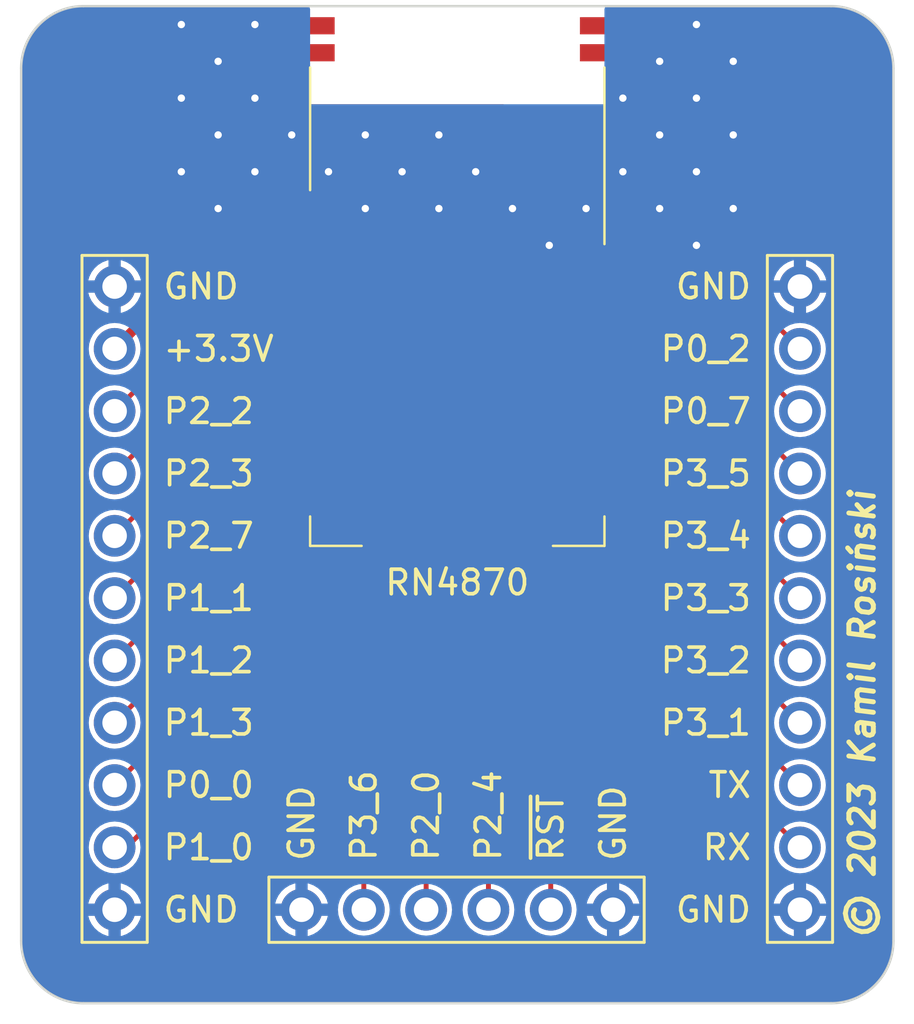
<source format=kicad_pcb>
(kicad_pcb (version 20221018) (generator pcbnew)
  (layers (0 "F.Cu" signal) (31 "B.Cu" signal) (34 "B.Paste" user) (35 "F.Paste" user) (36 "B.SilkS" user "B.Silkscreen") (37 "F.SilkS" user "F.Silkscreen") (38 "B.Mask" user) (39 "F.Mask" user) (44 "Edge.Cuts" user))
  (net 0 "")
  (net 1 "GND")
  (net 2 "+3.3V")
  (net 3 "Net-(J1-Pin_3)")
  (net 4 "Net-(J1-Pin_4)")
  (net 5 "Net-(J1-Pin_5)")
  (net 6 "Net-(J1-Pin_6)")
  (net 7 "Net-(J1-Pin_7)")
  (net 8 "Net-(J1-Pin_8)")
  (net 9 "Net-(J2-Pin_2)")
  (net 10 "Net-(J2-Pin_3)")
  (net 11 "Net-(J2-Pin_4)")
  (net 12 "Net-(J2-Pin_5)")
  (net 13 "Net-(J1-Pin_9)")
  (net 14 "Net-(J1-Pin_10)")
  (net 15 "Net-(J3-Pin_8)")
  (net 16 "Net-(J3-Pin_9)")
  (net 17 "Net-(J3-Pin_10)")
  (net 18 "Net-(J3-Pin_2)")
  (net 19 "Net-(J3-Pin_3)")
  (net 20 "Net-(J3-Pin_4)")
  (net 21 "Net-(J3-Pin_5)")
  (net 22 "Net-(J3-Pin_6)")
  (net 23 "Net-(J3-Pin_7)")
  (footprint "Connector_PinHeader_2.54mm:PinHeader_1x11_P2.54mm_Vertical" (layer "F.Cu") (at 50.8 61.24)
    (fp_text reference "J1" hide)
    (fp_text value "Conn_01x11")
    (fp_text user "P1_1" (at 1.905 12.7 unlocked) (layer "F.SilkS") (effects (justify left)))
    (fp_text user "P1_2" (at 1.905 15.24 unlocked) (layer "F.SilkS") (effects (justify left)))
    (fp_text user "P2_2" (at 1.905 5.08 unlocked) (layer "F.SilkS") (effects (justify left)))
    (fp_text user "GND" (at 1.905 0 unlocked) (layer "F.SilkS") (effects (justify left)))
    (fp_text user "P1_3" (at 1.905 17.78 unlocked) (layer "F.SilkS") (effects (justify left)))
    (fp_text user "GND" (at 1.905 25.4 unlocked) (layer "F.SilkS") (effects (justify left)))
    (fp_text user "P2_3" (at 1.905 7.62 unlocked) (layer "F.SilkS") (effects (justify left)))
    (fp_text user "+3.3V" (at 1.905 2.54 unlocked) (layer "F.SilkS") (effects (justify left)))
    (fp_text user "P0_0" (at 1.905 20.32 unlocked) (layer "F.SilkS") (effects (justify left)))
    (fp_text user "P2_7" (at 1.905 10.16 unlocked) (layer "F.SilkS") (effects (justify left)))
    (fp_text user "P1_0" (at 1.905 22.86 unlocked) (layer "F.SilkS") (effects (justify left)))
    (fp_line (start -1.33 -1.27) (end -1.33 26.73) (stroke (width 0.12)) (layer "F.SilkS"))
    (fp_line (start -1.33 -1.27) (end 1.33 -1.27) (stroke (width 0.12)) (layer "F.SilkS"))
    (fp_line (start -1.33 26.73) (end 1.33 26.73) (stroke (width 0.12)) (layer "F.SilkS"))
    (fp_line (start 1.33 -1.27) (end 1.33 26.73) (stroke (width 0.12)) (layer "F.SilkS"))
    (pad "1" thru_hole oval (at 0 0) (size 1.7 1.7) (drill 1) (layers "*.Cu" "*.Mask") (net 1 "GND"))
    (pad "2" thru_hole oval (at 0 2.54) (size 1.7 1.7) (drill 1) (layers "*.Cu" "*.Mask") (net 2 "+3.3V"))
    (pad "3" thru_hole oval (at 0 5.08) (size 1.7 1.7) (drill 1) (layers "*.Cu" "*.Mask") (net 3 "Net-(J1-Pin_3)"))
    (pad "4" thru_hole oval (at 0 7.62) (size 1.7 1.7) (drill 1) (layers "*.Cu" "*.Mask") (net 4 "Net-(J1-Pin_4)"))
    (pad "5" thru_hole oval (at 0 10.16) (size 1.7 1.7) (drill 1) (layers "*.Cu" "*.Mask") (net 5 "Net-(J1-Pin_5)"))
    (pad "6" thru_hole oval (at 0 12.7) (size 1.7 1.7) (drill 1) (layers "*.Cu" "*.Mask") (net 6 "Net-(J1-Pin_6)"))
    (pad "7" thru_hole oval (at 0 15.24) (size 1.7 1.7) (drill 1) (layers "*.Cu" "*.Mask") (net 7 "Net-(J1-Pin_7)"))
    (pad "8" thru_hole oval (at 0 17.78) (size 1.7 1.7) (drill 1) (layers "*.Cu" "*.Mask") (net 8 "Net-(J1-Pin_8)"))
    (pad "9" thru_hole oval (at 0 20.32) (size 1.7 1.7) (drill 1) (layers "*.Cu" "*.Mask") (net 13 "Net-(J1-Pin_9)"))
    (pad "10" thru_hole oval (at 0 22.86) (size 1.7 1.7) (drill 1) (layers "*.Cu" "*.Mask") (net 14 "Net-(J1-Pin_10)"))
    (pad "11" thru_hole oval (at 0 25.4) (size 1.7 1.7) (drill 1) (layers "*.Cu" "*.Mask") (net 1 "GND"))
  )
  (footprint "Bluetooth:RN4870" (layer "F.Cu") (at 64.77 49.81)
    (fp_text reference "U1" hide)
    (fp_text value "RN4870" (at 0 23.495 unlocked) (layer "F.SilkS"))
    (fp_line (start -6 7.5) (end -6 2.5) (stroke (width 0.1)) (layer "F.SilkS"))
    (fp_line (start -6 22) (end -6 20.8) (stroke (width 0.1)) (layer "F.SilkS"))
    (fp_line (start -3.9 22) (end -6 22) (stroke (width 0.1)) (layer "F.SilkS"))
    (fp_line (start 3.9 22) (end 6 22) (stroke (width 0.1)) (layer "F.SilkS"))
    (fp_line (start 6 2.5) (end 6 9.7) (stroke (width 0.1)) (layer "F.SilkS"))
    (fp_line (start 6 22) (end 6 20.8) (stroke (width 0.1)) (layer "F.SilkS"))
    (pad "1" smd rect (at -5.75 0.8) (size 1.5 0.7) (layers "F.Cu" "F.Paste" "F.Mask") (net 1 "GND"))
    (pad "2" smd rect (at -5.75 1.9) (size 1.5 0.7) (layers "F.Cu" "F.Paste" "F.Mask") (net 1 "GND"))
    (pad "3" smd rect (at -5.75 8.1) (size 1.5 0.7) (layers "F.Cu" "F.Paste" "F.Mask") (net 1 "GND"))
    (pad "4" smd rect (at -5.75 9.2) (size 1.5 0.7) (layers "F.Cu" "F.Paste" "F.Mask") (net 2 "+3.3V"))
    (pad "5" smd rect (at -5.75 10.3) (size 1.5 0.7) (layers "F.Cu" "F.Paste" "F.Mask") (net 3 "Net-(J1-Pin_3)"))
    (pad "6" smd rect (at -5.75 11.4) (size 1.5 0.7) (layers "F.Cu" "F.Paste" "F.Mask"))
    (pad "7" smd rect (at -5.75 12.5) (size 1.5 0.7) (layers "F.Cu" "F.Paste" "F.Mask"))
    (pad "8" smd rect (at -5.75 13.6) (size 1.5 0.7) (layers "F.Cu" "F.Paste" "F.Mask"))
    (pad "9" smd rect (at -5.75 14.7) (size 1.5 0.7) (layers "F.Cu" "F.Paste" "F.Mask") (net 4 "Net-(J1-Pin_4)"))
    (pad "10" smd rect (at -5.75 15.8) (size 1.5 0.7) (layers "F.Cu" "F.Paste" "F.Mask"))
    (pad "11" smd rect (at -5.75 16.9) (size 1.5 0.7) (layers "F.Cu" "F.Paste" "F.Mask") (net 5 "Net-(J1-Pin_5)"))
    (pad "12" smd rect (at -5.75 18) (size 1.5 0.7) (layers "F.Cu" "F.Paste" "F.Mask") (net 6 "Net-(J1-Pin_6)"))
    (pad "13" smd rect (at -5.75 19.1) (size 1.5 0.7) (layers "F.Cu" "F.Paste" "F.Mask") (net 7 "Net-(J1-Pin_7)"))
    (pad "14" smd rect (at -5.75 20.2) (size 1.5 0.7) (layers "F.Cu" "F.Paste" "F.Mask") (net 8 "Net-(J1-Pin_8)"))
    (pad "15" smd rect (at -3.3 21.75 90) (size 1.5 0.7) (layers "F.Cu" "F.Paste" "F.Mask") (net 13 "Net-(J1-Pin_9)"))
    (pad "16" smd rect (at -2.2 21.75 90) (size 1.5 0.7) (layers "F.Cu" "F.Paste" "F.Mask") (net 14 "Net-(J1-Pin_10)"))
    (pad "17" smd rect (at -1.1 21.75 90) (size 1.5 0.7) (layers "F.Cu" "F.Paste" "F.Mask") (net 12 "Net-(J2-Pin_5)"))
    (pad "18" smd rect (at 0 21.75 90) (size 1.5 0.7) (layers "F.Cu" "F.Paste" "F.Mask") (net 11 "Net-(J2-Pin_4)"))
    (pad "19" smd rect (at 1.1 21.75 90) (size 1.5 0.7) (layers "F.Cu" "F.Paste" "F.Mask") (net 10 "Net-(J2-Pin_3)"))
    (pad "20" smd rect (at 2.2 21.75 90) (size 1.5 0.7) (layers "F.Cu" "F.Paste" "F.Mask"))
    (pad "21" smd rect (at 3.3 21.75 90) (size 1.5 0.7) (layers "F.Cu" "F.Paste" "F.Mask") (net 9 "Net-(J2-Pin_2)"))
    (pad "22" smd rect (at 5.75 20.2) (size 1.5 0.7) (layers "F.Cu" "F.Paste" "F.Mask") (net 17 "Net-(J3-Pin_10)"))
    (pad "23" smd rect (at 5.75 19.1) (size 1.5 0.7) (layers "F.Cu" "F.Paste" "F.Mask") (net 16 "Net-(J3-Pin_9)"))
    (pad "24" smd rect (at 5.75 18) (size 1.5 0.7) (layers "F.Cu" "F.Paste" "F.Mask") (net 15 "Net-(J3-Pin_8)"))
    (pad "25" smd rect (at 5.75 16.9) (size 1.5 0.7) (layers "F.Cu" "F.Paste" "F.Mask") (net 23 "Net-(J3-Pin_7)"))
    (pad "26" smd rect (at 5.75 15.8) (size 1.5 0.7) (layers "F.Cu" "F.Paste" "F.Mask") (net 22 "Net-(J3-Pin_6)"))
    (pad "27" smd rect (at 5.75 14.7) (size 1.5 0.7) (layers "F.Cu" "F.Paste" "F.Mask") (net 21 "Net-(J3-Pin_5)"))
    (pad "28" smd rect (at 5.75 13.6) (size 1.5 0.7) (layers "F.Cu" "F.Paste" "F.Mask") (net 20 "Net-(J3-Pin_4)"))
    (pad "29" smd rect (at 5.75 12.5) (size 1.5 0.7) (layers "F.Cu" "F.Paste" "F.Mask") (net 19 "Net-(J3-Pin_3)"))
    (pad "30" smd rect (at 5.75 11.4) (size 1.5 0.7) (layers "F.Cu" "F.Paste" "F.Mask") (net 18 "Net-(J3-Pin_2)"))
    (pad "31" smd rect (at 5.75 10.3) (size 1.5 0.7) (layers "F.Cu" "F.Paste" "F.Mask") (net 1 "GND"))
    (pad "32" smd rect (at 5.75 1.9) (size 1.5 0.7) (layers "F.Cu" "F.Paste" "F.Mask") (net 1 "GND"))
    (pad "33" smd rect (at 5.75 0.8) (size 1.5 0.7) (layers "F.Cu" "F.Paste" "F.Mask") (net 1 "GND"))
    (zone (net 0) (net_name "") (layer "F.Cu") (connect_pads (clearance 0)) (min_thickness 0.25)
      (keepout (tracks not_allowed) (vias not_allowed) (pads not_allowed) (copperpour not_allowed) (footprints allowed))
      (fill (thermal_gap 0.5) (thermal_bridge_width 0.5))
      (polygon (pts (xy 62.92 59.21) (xy 61.27 59.21) (xy 61.27 60.81) (xy 62.92 60.81)))
    )
    (zone (net 0) (net_name "") (layer "F.Cu") (connect_pads (clearance 0)) (min_thickness 0.25)
      (keepout (tracks not_allowed) (vias not_allowed) (pads not_allowed) (copperpour not_allowed) (footprints allowed))
      (fill (thermal_gap 0.5) (thermal_bridge_width 0.5))
      (polygon (pts (xy 67.27 58.61) (xy 65.67 58.61) (xy 65.67 60.11) (xy 67.27 60.11)))
    )
    (zone (net 0) (net_name "") (layer "F.Cu") (connect_pads (clearance 0)) (min_thickness 0.25)
      (keepout (tracks not_allowed) (vias not_allowed) (pads not_allowed) (copperpour not_allowed) (footprints allowed))
      (fill (thermal_gap 0.5) (thermal_bridge_width 0.5))
      (polygon (pts (xy 69.77 66.31) (xy 68.37 66.31) (xy 68.37 67.71) (xy 69.77 67.71)))
    )
    (zone (net 0) (net_name "") (layer "F.Cu") (connect_pads (clearance 0)) (min_thickness 0.25)
      (keepout (tracks not_allowed) (vias not_allowed) (pads allowed) (copperpour not_allowed) (footprints allowed))
      (fill (thermal_gap 0.5) (thermal_bridge_width 0.5))
      (polygon (pts (xy 66.77 57.01) (xy 70.77 57.01) (xy 70.77 49.81) (xy 58.77 49.81) (xy 58.77 53.81) (xy 66.77 53.81)))
    )
    (zone (net 0) (net_name "") (layer "B.Cu") (connect_pads (clearance 0)) (min_thickness 0.25)
      (keepout (tracks not_allowed) (vias not_allowed) (pads allowed) (copperpour not_allowed) (footprints allowed))
      (fill (thermal_gap 0.5) (thermal_bridge_width 0.5))
      (polygon (pts (xy 70.77 49.81) (xy 58.77 49.81) (xy 58.77 53.81) (xy 70.77 53.81)))
    )
  )
  (footprint "Connector_PinHeader_2.54mm:PinHeader_1x11_P2.54mm_Vertical" (layer "F.Cu") (at 78.74 61.24)
    (fp_text reference "J3" hide)
    (fp_text value "Conn_01x11")
    (fp_text user "GND" (at -1.905 0 unlocked) (layer "F.SilkS") (effects (justify right)))
    (fp_text user "P3_3" (at -1.905 12.7 unlocked) (layer "F.SilkS") (effects (justify right)))
    (fp_text user "GND" (at -1.905 25.4 unlocked) (layer "F.SilkS") (effects (justify right)))
    (fp_text user "P0_7" (at -1.905 5.08 unlocked) (layer "F.SilkS") (effects (justify right)))
    (fp_text user "TX" (at -1.905 20.32 unlocked) (layer "F.SilkS") (effects (justify right)))
    (fp_text user "P3_4" (at -1.905 10.16 unlocked) (layer "F.SilkS") (effects (justify right)))
    (fp_text user "P3_5" (at -1.905 7.62 unlocked) (layer "F.SilkS") (effects (justify right)))
    (fp_text user "P3_1" (at -1.905 17.78 unlocked) (layer "F.SilkS") (effects (justify right)))
    (fp_text user "RX" (at -1.905 22.86 unlocked) (layer "F.SilkS") (effects (justify right)))
    (fp_text user "P3_2" (at -1.905 15.24 unlocked) (layer "F.SilkS") (effects (justify right)))
    (fp_text user "P0_2" (at -1.905 2.54 unlocked) (layer "F.SilkS") (effects (justify right)))
    (fp_line (start -1.33 -1.27) (end -1.33 26.73) (stroke (width 0.12)) (layer "F.SilkS"))
    (fp_line (start -1.33 -1.27) (end 1.33 -1.27) (stroke (width 0.12)) (layer "F.SilkS"))
    (fp_line (start -1.33 26.73) (end 1.33 26.73) (stroke (width 0.12)) (layer "F.SilkS"))
    (fp_line (start 1.33 -1.27) (end 1.33 26.73) (stroke (width 0.12)) (layer "F.SilkS"))
    (pad "1" thru_hole oval (at 0 0) (size 1.7 1.7) (drill 1) (layers "*.Cu" "*.Mask") (net 1 "GND"))
    (pad "2" thru_hole oval (at 0 2.54) (size 1.7 1.7) (drill 1) (layers "*.Cu" "*.Mask") (net 18 "Net-(J3-Pin_2)"))
    (pad "3" thru_hole oval (at 0 5.08) (size 1.7 1.7) (drill 1) (layers "*.Cu" "*.Mask") (net 19 "Net-(J3-Pin_3)"))
    (pad "4" thru_hole oval (at 0 7.62) (size 1.7 1.7) (drill 1) (layers "*.Cu" "*.Mask") (net 20 "Net-(J3-Pin_4)"))
    (pad "5" thru_hole oval (at 0 10.16) (size 1.7 1.7) (drill 1) (layers "*.Cu" "*.Mask") (net 21 "Net-(J3-Pin_5)"))
    (pad "6" thru_hole oval (at 0 12.7) (size 1.7 1.7) (drill 1) (layers "*.Cu" "*.Mask") (net 22 "Net-(J3-Pin_6)"))
    (pad "7" thru_hole oval (at 0 15.24) (size 1.7 1.7) (drill 1) (layers "*.Cu" "*.Mask") (net 23 "Net-(J3-Pin_7)"))
    (pad "8" thru_hole oval (at 0 17.78) (size 1.7 1.7) (drill 1) (layers "*.Cu" "*.Mask") (net 15 "Net-(J3-Pin_8)"))
    (pad "9" thru_hole oval (at 0 20.32) (size 1.7 1.7) (drill 1) (layers "*.Cu" "*.Mask") (net 16 "Net-(J3-Pin_9)"))
    (pad "10" thru_hole oval (at 0 22.86) (size 1.7 1.7) (drill 1) (layers "*.Cu" "*.Mask") (net 17 "Net-(J3-Pin_10)"))
    (pad "11" thru_hole oval (at 0 25.4) (size 1.7 1.7) (drill 1) (layers "*.Cu" "*.Mask") (net 1 "GND"))
  )
  (footprint "Connector_PinHeader_2.54mm:PinHeader_1x06_P2.54mm_Vertical" (layer "F.Cu") (at 71.12 86.64 -90)
    (fp_text reference "J2" hide)
    (fp_text value "Conn_01x06")
    (fp_text user "P2_4" (at -1.905 5.08 90 unlocked) (layer "F.SilkS") (effects (justify left)))
    (fp_text user "P2_0" (at -1.905 7.62 90 unlocked) (layer "F.SilkS") (effects (justify left)))
    (fp_text user "P3_6" (at -1.905 10.16 90 unlocked) (layer "F.SilkS") (effects (justify left)))
    (fp_text user "GND" (at -1.905 12.7 90 unlocked) (layer "F.SilkS") (effects (justify left)))
    (fp_text user "GND" (at -1.905 0 90 unlocked) (layer "F.SilkS") (effects (justify left)))
    (fp_text user "~{RST}" (at -1.905 2.54 90 unlocked) (layer "F.SilkS") (effects (justify left)))
    (fp_line (start -1.33 -1.27) (end -1.33 14.03) (stroke (width 0.12)) (layer "F.SilkS"))
    (fp_line (start -1.33 -1.27) (end 1.33 -1.27) (stroke (width 0.12)) (layer "F.SilkS"))
    (fp_line (start -1.33 14.03) (end 1.33 14.03) (stroke (width 0.12)) (layer "F.SilkS"))
    (fp_line (start 1.33 -1.27) (end 1.33 14.03) (stroke (width 0.12)) (layer "F.SilkS"))
    (pad "1" thru_hole oval (at 0 0 270) (size 1.7 1.7) (drill 1) (layers "*.Cu" "*.Mask") (net 1 "GND"))
    (pad "2" thru_hole oval (at 0 2.54 270) (size 1.7 1.7) (drill 1) (layers "*.Cu" "*.Mask") (net 9 "Net-(J2-Pin_2)"))
    (pad "3" thru_hole oval (at 0 5.08 270) (size 1.7 1.7) (drill 1) (layers "*.Cu" "*.Mask") (net 10 "Net-(J2-Pin_3)"))
    (pad "4" thru_hole oval (at 0 7.62 270) (size 1.7 1.7) (drill 1) (layers "*.Cu" "*.Mask") (net 11 "Net-(J2-Pin_4)"))
    (pad "5" thru_hole oval (at 0 10.16 270) (size 1.7 1.7) (drill 1) (layers "*.Cu" "*.Mask") (net 12 "Net-(J2-Pin_5)"))
    (pad "6" thru_hole oval (at 0 12.7 270) (size 1.7 1.7) (drill 1) (layers "*.Cu" "*.Mask") (net 1 "GND"))
  )
  (gr_line (start 80.01 90.45) (end 49.53 90.45) (stroke (width 0.1)) (layer "Edge.Cuts"))
  (gr_arc (start 80.01 49.81) (mid 81.806051 50.553949) (end 82.55 52.35) (stroke (width 0.1)) (layer "Edge.Cuts"))
  (gr_arc (start 82.55 87.91) (mid 81.806051 89.706051) (end 80.01 90.45) (stroke (width 0.1)) (layer "Edge.Cuts"))
  (gr_line (start 82.55 52.35) (end 82.55 87.91) (stroke (width 0.1)) (layer "Edge.Cuts"))
  (gr_line (start 46.99 87.91) (end 46.99 52.35) (stroke (width 0.1)) (layer "Edge.Cuts"))
  (gr_arc (start 49.53 90.45) (mid 47.733949 89.706051) (end 46.99 87.91) (stroke (width 0.1)) (layer "Edge.Cuts"))
  (gr_arc (start 46.99 52.35) (mid 47.733949 50.553949) (end 49.53 49.81) (stroke (width 0.1)) (layer "Edge.Cuts"))
  (gr_line (start 49.53 49.81) (end 80.01 49.81) (stroke (width 0.1)) (layer "Edge.Cuts"))
  (gr_text "© 2023 Kamil Rosiński" (at 81.28 87.91 90) (layer "F.SilkS") (effects (font (size 1 1) (thickness 0.2) bold italic) (justify left)))
  (via (at 76.02 58.06) (size 0.6) (drill 0.3) (layers "F.Cu" "B.Cu") (net 1))
  (via (at 74.52 50.56) (size 0.6) (drill 0.3) (layers "F.Cu" "B.Cu") (net 1))
  (via (at 73.02 55.06) (size 0.6) (drill 0.3) (layers "F.Cu" "B.Cu") (net 1))
  (via (at 62.52 56.56) (size 0.6) (drill 0.3) (layers "F.Cu" "B.Cu") (net 1))
  (via (at 56.52 56.56) (size 0.6) (drill 0.3) (layers "F.Cu" "B.Cu") (net 1))
  (via (at 59.52 56.56) (size 0.6) (drill 0.3) (layers "F.Cu" "B.Cu") (net 1))
  (via (at 74.52 56.56) (size 0.6) (drill 0.3) (layers "F.Cu" "B.Cu") (net 1))
  (via (at 58.02 55.06) (size 0.6) (drill 0.3) (layers "F.Cu" "B.Cu") (net 1))
  (via (at 53.52 56.56) (size 0.6) (drill 0.3) (layers "F.Cu" "B.Cu") (net 1))
  (via (at 67.02 58.06) (size 0.6) (drill 0.3) (layers "F.Cu" "B.Cu") (net 1))
  (via (at 76.02 52.06) (size 0.6) (drill 0.3) (layers "F.Cu" "B.Cu") (net 1))
  (via (at 64.02 55.06) (size 0.6) (drill 0.3) (layers "F.Cu" "B.Cu") (net 1))
  (via (at 71.52 56.56) (size 0.6) (drill 0.3) (layers "F.Cu" "B.Cu") (net 1))
  (via (at 53.52 53.56) (size 0.6) (drill 0.3) (layers "F.Cu" "B.Cu") (net 1))
  (via (at 55.02 58.06) (size 0.6) (drill 0.3) (layers "F.Cu" "B.Cu") (net 1))
  (via (at 74.52 53.56) (size 0.6) (drill 0.3) (layers "F.Cu" "B.Cu") (net 1))
  (via (at 61.02 58.06) (size 0.6) (drill 0.3) (layers "F.Cu" "B.Cu") (net 1))
  (via (at 56.52 53.56) (size 0.6) (drill 0.3) (layers "F.Cu" "B.Cu") (net 1))
  (via (at 55.02 55.06) (size 0.6) (drill 0.3) (layers "F.Cu" "B.Cu") (net 1))
  (via (at 68.52 59.56) (size 0.6) (drill 0.3) (layers "F.Cu" "B.Cu") (net 1))
  (via (at 70.02 58.06) (size 0.6) (drill 0.3) (layers "F.Cu" "B.Cu") (net 1))
  (via (at 61.02 55.06) (size 0.6) (drill 0.3) (layers "F.Cu" "B.Cu") (net 1))
  (via (at 76.02 55.06) (size 0.6) (drill 0.3) (layers "F.Cu" "B.Cu") (net 1))
  (via (at 71.52 53.56) (size 0.6) (drill 0.3) (layers "F.Cu" "B.Cu") (net 1))
  (via (at 65.52 56.56) (size 0.6) (drill 0.3) (layers "F.Cu" "B.Cu") (net 1))
  (via (at 73.02 58.06) (size 0.6) (drill 0.3) (layers "F.Cu" "B.Cu") (net 1))
  (via (at 74.52 59.56) (size 0.6) (drill 0.3) (layers "F.Cu" "B.Cu") (net 1))
  (via (at 55.02 52.06) (size 0.6) (drill 0.3) (layers "F.Cu" "B.Cu") (net 1))
  (via (at 53.52 50.56) (size 0.6) (drill 0.3) (layers "F.Cu" "B.Cu") (net 1))
  (via (at 56.52 50.56) (size 0.6) (drill 0.3) (layers "F.Cu" "B.Cu") (net 1))
  (via (at 73.02 52.06) (size 0.6) (drill 0.3) (layers "F.Cu" "B.Cu") (net 1))
  (via (at 64.02 58.06) (size 0.6) (drill 0.3) (layers "F.Cu" "B.Cu") (net 1))
  (segment (start 55.57 59.01) (end 59.02 59.01) (width 0.4) (layer "F.Cu") (net 2))
  (segment (start 50.8 63.78) (end 55.57 59.01) (width 0.4) (layer "F.Cu") (net 2))
  (segment (start 50.8 66.32) (end 57.01 60.11) (width 0.2) (layer "F.Cu") (net 3))
  (segment (start 57.01 60.11) (end 59.02 60.11) (width 0.2) (layer "F.Cu") (net 3))
  (segment (start 59.02 64.51) (end 55.15 64.51) (width 0.2) (layer "F.Cu") (net 4))
  (segment (start 55.15 64.51) (end 50.8 68.86) (width 0.2) (layer "F.Cu") (net 4))
  (segment (start 55.49 66.71) (end 50.8 71.4) (width 0.2) (layer "F.Cu") (net 5))
  (segment (start 59.02 66.71) (end 55.49 66.71) (width 0.2) (layer "F.Cu") (net 5))
  (segment (start 50.8 73.94) (end 56.93 67.81) (width 0.2) (layer "F.Cu") (net 6))
  (segment (start 56.93 67.81) (end 59.02 67.81) (width 0.2) (layer "F.Cu") (net 6))
  (segment (start 58.37 68.91) (end 59.02 68.91) (width 0.2) (layer "F.Cu") (net 7))
  (segment (start 50.8 76.48) (end 58.37 68.91) (width 0.2) (layer "F.Cu") (net 7))
  (segment (start 50.8 79.02) (end 59.02 70.8) (width 0.2) (layer "F.Cu") (net 8))
  (segment (start 59.02 70.8) (end 59.02 70.01) (width 0.2) (layer "F.Cu") (net 8))
  (segment (start 68.07 72.81) (end 68.07 71.56) (width 0.2) (layer "F.Cu") (net 9))
  (segment (start 68.58 86.64) (end 68.58 73.32) (width 0.2) (layer "F.Cu") (net 9))
  (segment (start 68.58 73.32) (end 68.07 72.81) (width 0.2) (layer "F.Cu") (net 9))
  (segment (start 66.04 72.98) (end 65.87 72.81) (width 0.2) (layer "F.Cu") (net 10))
  (segment (start 65.87 72.81) (end 65.87 71.56) (width 0.2) (layer "F.Cu") (net 10))
  (segment (start 66.04 86.64) (end 66.04 72.98) (width 0.2) (layer "F.Cu") (net 10))
  (segment (start 64.77 72.81) (end 64.77 71.56) (width 0.2) (layer "F.Cu") (net 11))
  (segment (start 63.5 74.08) (end 64.77 72.81) (width 0.2) (layer "F.Cu") (net 11))
  (segment (start 63.5 86.64) (end 63.5 74.08) (width 0.2) (layer "F.Cu") (net 11))
  (segment (start 60.96 86.64) (end 60.96 75.52) (width 0.2) (layer "F.Cu") (net 12))
  (segment (start 60.96 75.52) (end 63.67 72.81) (width 0.2) (layer "F.Cu") (net 12))
  (segment (start 63.67 72.81) (end 63.67 71.56) (width 0.2) (layer "F.Cu") (net 12))
  (segment (start 60.8 71.56) (end 61.47 71.56) (width 0.2) (layer "F.Cu") (net 13))
  (segment (start 50.8 81.56) (end 60.8 71.56) (width 0.2) (layer "F.Cu") (net 13))
  (segment (start 51.28 84.1) (end 62.57 72.81) (width 0.2) (layer "F.Cu") (net 14))
  (segment (start 50.8 84.1) (end 51.28 84.1) (width 0.2) (layer "F.Cu") (net 14))
  (segment (start 62.57 72.81) (end 62.57 71.56) (width 0.2) (layer "F.Cu") (net 14))
  (segment (start 72.77 68.81) (end 71.77 67.81) (width 0.2) (layer "F.Cu") (net 15))
  (segment (start 72.77 73.05) (end 72.77 68.81) (width 0.2) (layer "F.Cu") (net 15))
  (segment (start 71.77 67.81) (end 70.52 67.81) (width 0.2) (layer "F.Cu") (net 15))
  (segment (start 78.74 79.02) (end 72.77 73.05) (width 0.2) (layer "F.Cu") (net 15))
  (segment (start 78.74 81.56) (end 72.02 74.84) (width 0.2) (layer "F.Cu") (net 16))
  (segment (start 71.77 68.91) (end 70.52 68.91) (width 0.2) (layer "F.Cu") (net 16))
  (segment (start 72.02 69.16) (end 71.77 68.91) (width 0.2) (layer "F.Cu") (net 16))
  (segment (start 72.02 74.84) (end 72.02 69.16) (width 0.2) (layer "F.Cu") (net 16))
  (segment (start 70.52 75.88) (end 70.52 70.01) (width 0.2) (layer "F.Cu") (net 17))
  (segment (start 78.74 84.1) (end 70.52 75.88) (width 0.2) (layer "F.Cu") (net 17))
  (segment (start 70.52 61.21) (end 76.17 61.21) (width 0.2) (layer "F.Cu") (net 18))
  (segment (start 76.17 61.21) (end 78.74 63.78) (width 0.2) (layer "F.Cu") (net 18))
  (segment (start 74.73 62.31) (end 78.74 66.32) (width 0.2) (layer "F.Cu") (net 19))
  (segment (start 70.52 62.31) (end 74.73 62.31) (width 0.2) (layer "F.Cu") (net 19))
  (segment (start 70.52 63.41) (end 73.29 63.41) (width 0.2) (layer "F.Cu") (net 20))
  (segment (start 73.29 63.41) (end 78.74 68.86) (width 0.2) (layer "F.Cu") (net 20))
  (segment (start 70.52 64.51) (end 71.77 64.51) (width 0.2) (layer "F.Cu") (net 21))
  (segment (start 71.77 64.51) (end 78.66 71.4) (width 0.2) (layer "F.Cu") (net 21))
  (segment (start 78.66 71.4) (end 78.74 71.4) (width 0.2) (layer "F.Cu") (net 21))
  (segment (start 74.27 69.47) (end 74.27 68.11) (width 0.2) (layer "F.Cu") (net 22))
  (segment (start 71.77 65.61) (end 70.52 65.61) (width 0.2) (layer "F.Cu") (net 22))
  (segment (start 74.27 68.11) (end 71.77 65.61) (width 0.2) (layer "F.Cu") (net 22))
  (segment (start 78.74 73.94) (end 74.27 69.47) (width 0.2) (layer "F.Cu") (net 22))
  (segment (start 73.52 71.26) (end 73.52 68.46) (width 0.2) (layer "F.Cu") (net 23))
  (segment (start 78.74 76.48) (end 73.52 71.26) (width 0.2) (layer "F.Cu") (net 23))
  (segment (start 73.52 68.46) (end 71.77 66.71) (width 0.2) (layer "F.Cu") (net 23))
  (segment (start 71.77 66.71) (end 70.52 66.71) (width 0.2) (layer "F.Cu") (net 23))
  (zone (net 1) (net_name "GND") (layer "F.Cu") (priority 1) (connect_pads (clearance 0)) (min_thickness 0.25) (fill yes (thermal_gap 0.25) (thermal_bridge_width 0.5) (smoothing fillet) (radius 0.5))
    (polygon (pts (xy 52.27 49.81) (xy 77.27 49.81) (xy 77.27 60.66) (xy 59.97 60.66) (xy 59.97 58.46) (xy 52.27 58.46)))
  )
  (zone (net 1) (net_name "GND") (layer "B.Cu") (connect_pads (clearance 0)) (min_thickness 0.25) (fill yes (thermal_gap 0.25) (thermal_bridge_width 0.5))
    (polygon (pts (xy 46.99 90.45) (xy 82.55 90.45) (xy 82.55 49.81) (xy 46.99 49.81)))
  )
)
</source>
